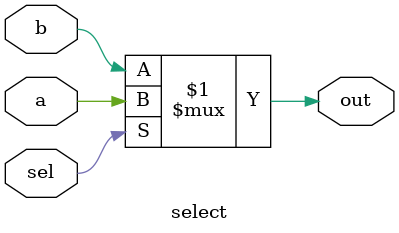
<source format=v>
`timescale 1ns / 1ps


module select(
    input sel,
    input a,
    input b,
    output out
    );
    
    assign out = (sel)?a:b;
endmodule

</source>
